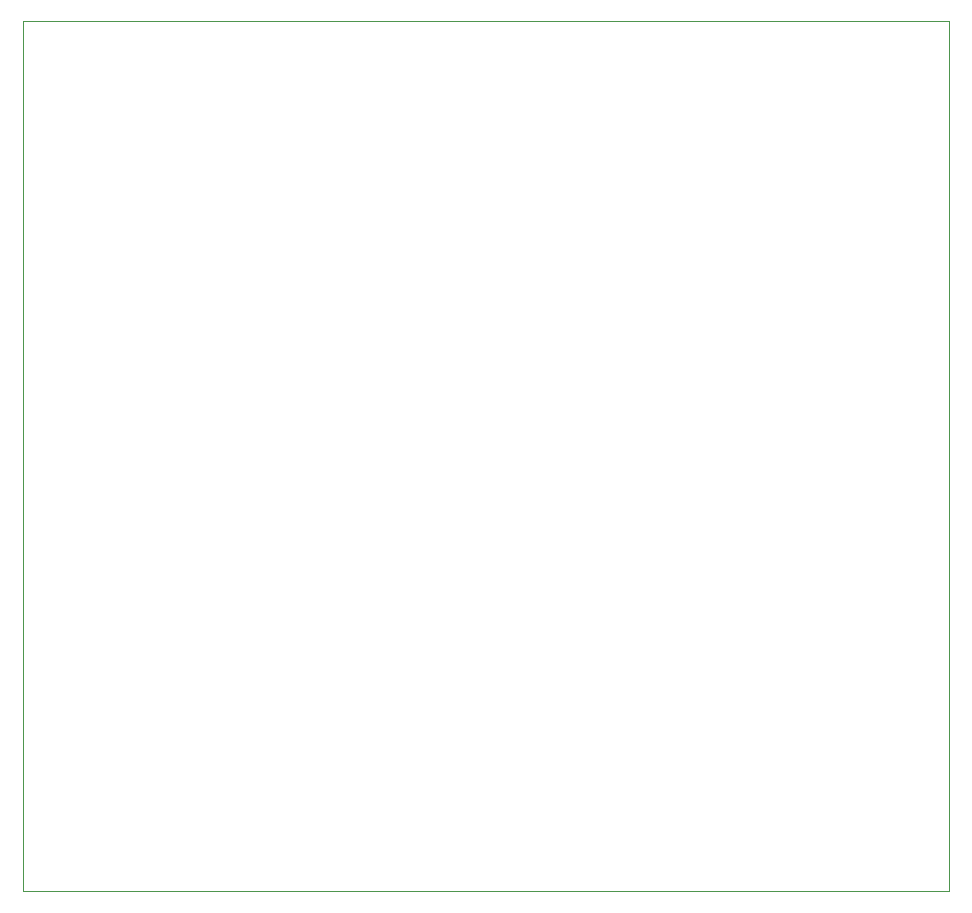
<source format=gko>
G75*
%MOIN*%
%OFA0B0*%
%FSLAX25Y25*%
%IPPOS*%
%LPD*%
%AMOC8*
5,1,8,0,0,1.08239X$1,22.5*
%
%ADD10C,0.00000*%
D10*
X0115095Y0103933D02*
X0115095Y0393894D01*
X0423796Y0393894D01*
X0423796Y0103933D01*
X0115095Y0103933D01*
M02*

</source>
